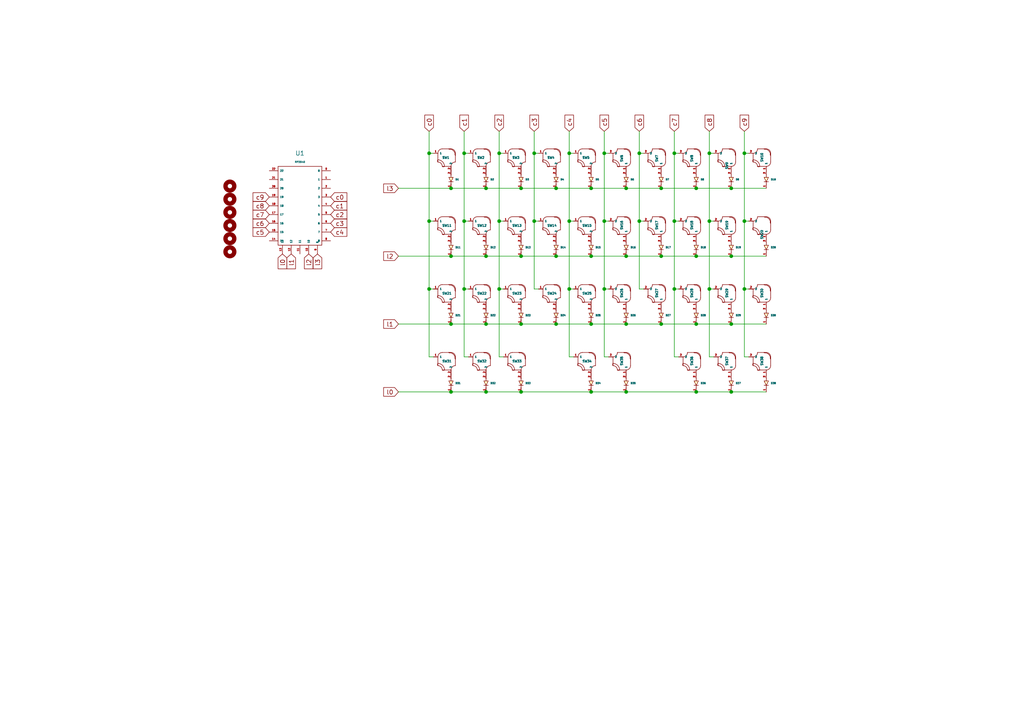
<source format=kicad_sch>
(kicad_sch (version 20211123) (generator eeschema)
  (paper "A4")
  (lib_symbols
    (symbol "Mechanical:MountingHole" (pin_names (offset 1.016))
      (property "Reference" "H" (at 0 5.08 0))
      (property "Value" "MountingHole" (at 0 3.175 0))
      (symbol "MountingHole_0_1"
        (circle (center 0 0) (radius 1.27) (stroke (width 1.27)))
      )
    )
    (symbol "keyb:Diode"
      (property "Reference" "D" (at -0.635 -1.27 0))
      (symbol "Diode_0_1"
        (polyline (pts (xy -1.27 0) (xy -0.635 0)))
        (polyline (pts (xy 0.635 0) (xy 1.27 0)))
        (polyline (pts (xy -0.635 0.635) (xy -0.635 -0.635) (xy -0.635 0)))
        (polyline (pts (xy -0.635 0) (xy 0.635 0.635) (xy 0.635 -0.635) (xy -0.635 0)) (fill (type background)))
      )
      (symbol "Diode_1_1"
        (pin bidirectional line (at -2.54 0 0) (length 1.27) (name "") (number "1"))
        (pin bidirectional line (at 2.54 0 180) (length 1.27) (name "") (number "2"))
      )
    )
    (symbol "keyb:RP2040"
      (property "Reference" "U" (at 0 1.27 0))
      (property "Value" "RP2040" (at 0 -2.54 0))
      (symbol "RP2040_0_1"
        (rectangle (start -6.35 11.43) (end 6.35 -11.43))
      )
      (symbol "RP2040_1_1"
        (pin bidirectional line (at 8.89 10.16 180) (length 2.54) (name "0") (number "0"))
        (pin bidirectional line (at 8.89 7.62 180) (length 2.54) (name "1") (number "1"))
        (pin bidirectional line (at 2.54 -13.97 90) (length 2.54) (name "10") (number "10"))
        (pin bidirectional line (at 0 -13.97 90) (length 2.54) (name "11") (number "11"))
        (pin bidirectional line (at -2.54 -13.97 90) (length 2.54) (name "12") (number "12"))
        (pin bidirectional line (at -5.08 -13.97 90) (length 2.54) (name "13") (number "13"))
        (pin bidirectional line (at -8.89 -10.16 0) (length 2.54) (name "14") (number "14"))
        (pin bidirectional line (at -8.89 -7.62 0) (length 2.54) (name "15") (number "15"))
        (pin bidirectional line (at -8.89 -5.08 0) (length 2.54) (name "16") (number "16"))
        (pin bidirectional line (at -8.89 -2.54 0) (length 2.54) (name "17") (number "17"))
        (pin bidirectional line (at -8.89 0 0) (length 2.54) (name "18") (number "18"))
        (pin bidirectional line (at -8.89 2.54 0) (length 2.54) (name "19") (number "19"))
        (pin bidirectional line (at 8.89 5.08 180) (length 2.54) (name "2") (number "2"))
        (pin bidirectional line (at -8.89 5.08 0) (length 2.54) (name "20") (number "20"))
        (pin bidirectional line (at -8.89 7.62 0) (length 2.54) (name "21") (number "21"))
        (pin bidirectional line (at -8.89 10.16 0) (length 2.54) (name "22") (number "22"))
        (pin bidirectional line (at 8.89 2.54 180) (length 2.54) (name "3") (number "3"))
        (pin bidirectional line (at 8.89 0 180) (length 2.54) (name "4") (number "4"))
        (pin bidirectional line (at 8.89 -2.54 180) (length 2.54) (name "5") (number "5"))
        (pin bidirectional line (at 8.89 -5.08 180) (length 2.54) (name "6") (number "6"))
        (pin bidirectional line (at 8.89 -7.62 180) (length 2.54) (name "7") (number "7"))
        (pin bidirectional line (at 8.89 -10.16 180) (length 2.54) (name "8") (number "8"))
        (pin bidirectional line (at 5.08 -13.97 90) (length 2.54) (name "9") (number "9"))
      )
    )
    (symbol "keyb:key"
      (property "Reference" "SW" (at 0 0 0))
      (symbol "key_0_1"
        (arc (start -2.54 -0.635) (mid -2.6715 -0.9525) (end -2.54 -1.27))
        (arc (start -1.27 -2.54) (mid -1.642 -1.642) (end -2.54 -1.27))
        (arc (start -1.27 -2.54) (mid -0.9525 -2.6715) (end -0.635 -2.54))
        (arc (start -1.27 2.54) (mid -2.168 2.168) (end -2.54 1.27))
        (arc (start -0.635 -2.54) (mid -1.1935 -1.1935) (end -2.54 -0.635))
        (polyline (pts (xy -2.54 -1.27) (xy -2.54 1.27)))
        (polyline (pts (xy -1.27 -2.54) (xy 1.27 -2.54)))
        (polyline (pts (xy 1.27 2.54) (xy -1.27 2.54)))
        (polyline (pts (xy 2.54 -1.27) (xy 2.54 1.27)))
        (arc (start 0.635 2.54) (mid 0.9525 1.7735) (end 1.27 2.54))
        (arc (start 2.54 -1.27) (mid 0.372 -0.372) (end 1.27 -2.54))
        (arc (start 2.54 0.635) (mid 3.887 3.887) (end 0.635 2.54))
        (arc (start 2.54 1.27) (mid 3.438 3.438) (end 1.27 2.54))
        (arc (start 2.54 1.27) (mid 1.7735 0.9525) (end 2.54 0.635))
      )
      (symbol "key_1_1"
        (pin bidirectional line (at -3.81 1.27 0) (length 1.27) (name "1") (number "1"))
        (pin bidirectional line (at 1.27 -3.81 90) (length 1.27) (name "2") (number "2"))
      )
    )
  )
  (junction (at 215.9 44.45))
  (junction (at 134.62 83.82))
  (junction (at 205.74 83.82))
  (junction (at 144.78 44.45))
  (junction (at 181.61 93.98))
  (junction (at 130.81 113.665))
  (junction (at 140.97 54.61))
  (junction (at 175.26 44.45))
  (junction (at 171.45 93.98))
  (junction (at 215.9 64.135))
  (junction (at 201.93 74.295))
  (junction (at 151.13 93.98))
  (junction (at 124.46 83.82))
  (junction (at 154.94 64.135))
  (junction (at 205.74 64.135))
  (junction (at 165.1 44.45))
  (junction (at 191.77 54.61))
  (junction (at 181.61 54.61))
  (junction (at 130.81 93.98))
  (junction (at 181.61 113.665))
  (junction (at 165.1 83.82))
  (junction (at 201.93 93.98))
  (junction (at 171.45 113.665))
  (junction (at 140.97 74.295))
  (junction (at 140.97 93.98))
  (junction (at 212.09 113.665))
  (junction (at 171.45 74.295))
  (junction (at 191.77 93.98))
  (junction (at 161.29 74.295))
  (junction (at 191.77 74.295))
  (junction (at 134.62 44.45))
  (junction (at 212.09 74.295))
  (junction (at 144.78 64.135))
  (junction (at 154.94 44.45))
  (junction (at 195.58 44.45))
  (junction (at 151.13 54.61))
  (junction (at 144.78 83.82))
  (junction (at 171.45 54.61))
  (junction (at 195.58 64.135))
  (junction (at 185.42 44.45))
  (junction (at 195.58 83.82))
  (junction (at 151.13 74.295))
  (junction (at 161.29 93.98))
  (junction (at 201.93 54.61))
  (junction (at 181.61 74.295))
  (junction (at 161.29 54.61))
  (junction (at 130.81 54.61))
  (junction (at 134.62 64.135))
  (junction (at 175.26 83.82))
  (junction (at 201.93 113.665))
  (junction (at 165.1 64.135))
  (junction (at 124.46 64.135))
  (junction (at 215.9 83.82))
  (junction (at 140.97 113.665))
  (junction (at 151.13 113.665))
  (junction (at 175.26 64.135))
  (junction (at 212.09 54.61))
  (junction (at 185.42 64.135))
  (junction (at 205.74 44.45))
  (junction (at 212.09 93.98))
  (junction (at 130.81 74.295))
  (junction (at 124.46 44.45))
  (wire (pts (xy 175.26 38.1) (xy 175.26 44.45)))
  (wire (pts (xy 171.45 93.98) (xy 181.61 93.98)))
  (wire (pts (xy 140.97 54.61) (xy 151.13 54.61)))
  (wire (pts (xy 215.9 44.45) (xy 217.17 44.45)))
  (wire (pts (xy 144.78 44.45) (xy 144.78 64.135)))
  (wire (pts (xy 175.26 44.45) (xy 175.26 64.135)))
  (wire (pts (xy 151.13 93.98) (xy 161.29 93.98)))
  (wire (pts (xy 181.61 93.98) (xy 191.77 93.98)))
  (wire (pts (xy 215.9 64.135) (xy 215.9 83.82)))
  (wire (pts (xy 151.13 54.61) (xy 161.29 54.61)))
  (wire (pts (xy 161.29 54.61) (xy 171.45 54.61)))
  (wire (pts (xy 195.58 103.505) (xy 196.85 103.505)))
  (wire (pts (xy 134.62 44.45) (xy 134.62 64.135)))
  (wire (pts (xy 154.94 64.135) (xy 154.94 83.82)))
  (wire (pts (xy 130.81 74.295) (xy 115.57 74.295)))
  (wire (pts (xy 181.61 54.61) (xy 191.77 54.61)))
  (wire (pts (xy 205.74 64.135) (xy 207.01 64.135)))
  (wire (pts (xy 175.26 44.45) (xy 176.53 44.45)))
  (wire (pts (xy 212.09 93.98) (xy 222.25 93.98)))
  (wire (pts (xy 201.93 93.98) (xy 212.09 93.98)))
  (wire (pts (xy 161.29 93.98) (xy 171.45 93.98)))
  (wire (pts (xy 215.9 44.45) (xy 215.9 64.135)))
  (wire (pts (xy 205.74 83.82) (xy 205.74 103.505)))
  (wire (pts (xy 165.1 103.505) (xy 166.37 103.505)))
  (wire (pts (xy 165.1 38.1) (xy 165.1 44.45)))
  (wire (pts (xy 205.74 103.505) (xy 207.01 103.505)))
  (wire (pts (xy 161.29 74.295) (xy 151.13 74.295)))
  (wire (pts (xy 154.94 44.45) (xy 154.94 64.135)))
  (wire (pts (xy 171.45 113.665) (xy 181.61 113.665)))
  (wire (pts (xy 185.42 64.135) (xy 186.69 64.135)))
  (wire (pts (xy 212.09 54.61) (xy 222.25 54.61)))
  (wire (pts (xy 201.93 54.61) (xy 212.09 54.61)))
  (wire (pts (xy 165.1 83.82) (xy 166.37 83.82)))
  (wire (pts (xy 144.78 83.82) (xy 146.05 83.82)))
  (wire (pts (xy 201.93 113.665) (xy 212.09 113.665)))
  (wire (pts (xy 175.26 64.135) (xy 176.53 64.135)))
  (wire (pts (xy 195.58 38.1) (xy 195.58 44.45)))
  (wire (pts (xy 130.81 54.61) (xy 140.97 54.61)))
  (wire (pts (xy 205.74 83.82) (xy 207.01 83.82)))
  (wire (pts (xy 195.58 64.135) (xy 196.85 64.135)))
  (wire (pts (xy 124.46 64.135) (xy 124.46 83.82)))
  (wire (pts (xy 175.26 64.135) (xy 175.26 83.82)))
  (wire (pts (xy 215.9 103.505) (xy 217.17 103.505)))
  (wire (pts (xy 215.9 64.135) (xy 217.17 64.135)))
  (wire (pts (xy 140.97 93.98) (xy 151.13 93.98)))
  (wire (pts (xy 195.58 44.45) (xy 195.58 64.135)))
  (wire (pts (xy 215.9 83.82) (xy 215.9 103.505)))
  (wire (pts (xy 175.26 83.82) (xy 176.53 83.82)))
  (wire (pts (xy 171.45 54.61) (xy 181.61 54.61)))
  (wire (pts (xy 124.46 64.135) (xy 125.73 64.135)))
  (wire (pts (xy 130.81 113.665) (xy 140.97 113.665)))
  (wire (pts (xy 124.46 38.1) (xy 124.46 44.45)))
  (wire (pts (xy 185.42 44.45) (xy 186.69 44.45)))
  (wire (pts (xy 215.9 83.82) (xy 217.17 83.82)))
  (wire (pts (xy 124.46 83.82) (xy 125.73 83.82)))
  (wire (pts (xy 140.97 74.295) (xy 130.81 74.295)))
  (wire (pts (xy 134.62 64.135) (xy 135.89 64.135)))
  (wire (pts (xy 205.74 44.45) (xy 207.01 44.45)))
  (wire (pts (xy 144.78 103.505) (xy 146.05 103.505)))
  (wire (pts (xy 144.78 38.1) (xy 144.78 44.45)))
  (wire (pts (xy 171.45 74.295) (xy 161.29 74.295)))
  (wire (pts (xy 185.42 38.1) (xy 185.42 44.45)))
  (wire (pts (xy 205.74 44.45) (xy 205.74 64.135)))
  (wire (pts (xy 165.1 64.135) (xy 166.37 64.135)))
  (wire (pts (xy 205.74 38.1) (xy 205.74 44.45)))
  (wire (pts (xy 201.93 74.295) (xy 191.77 74.295)))
  (wire (pts (xy 115.57 113.665) (xy 130.81 113.665)))
  (wire (pts (xy 215.9 38.1) (xy 215.9 44.45)))
  (wire (pts (xy 134.62 83.82) (xy 135.89 83.82)))
  (wire (pts (xy 154.94 83.82) (xy 156.21 83.82)))
  (wire (pts (xy 185.42 44.45) (xy 185.42 64.135)))
  (wire (pts (xy 212.09 113.665) (xy 222.25 113.665)))
  (wire (pts (xy 134.62 44.45) (xy 135.89 44.45)))
  (wire (pts (xy 124.46 44.45) (xy 124.46 64.135)))
  (wire (pts (xy 130.81 93.98) (xy 115.57 93.98)))
  (wire (pts (xy 185.42 83.82) (xy 186.69 83.82)))
  (wire (pts (xy 124.46 103.505) (xy 125.73 103.505)))
  (wire (pts (xy 115.57 54.61) (xy 130.81 54.61)))
  (wire (pts (xy 191.77 74.295) (xy 181.61 74.295)))
  (wire (pts (xy 134.62 64.135) (xy 134.62 83.82)))
  (wire (pts (xy 134.62 83.82) (xy 134.62 103.505)))
  (wire (pts (xy 195.58 83.82) (xy 195.58 103.505)))
  (wire (pts (xy 181.61 113.665) (xy 201.93 113.665)))
  (wire (pts (xy 144.78 44.45) (xy 146.05 44.45)))
  (wire (pts (xy 165.1 83.82) (xy 165.1 103.505)))
  (wire (pts (xy 134.62 38.1) (xy 134.62 44.45)))
  (wire (pts (xy 205.74 64.135) (xy 205.74 83.82)))
  (wire (pts (xy 195.58 64.135) (xy 195.58 83.82)))
  (wire (pts (xy 144.78 64.135) (xy 146.05 64.135)))
  (wire (pts (xy 195.58 83.82) (xy 196.85 83.82)))
  (wire (pts (xy 140.97 113.665) (xy 151.13 113.665)))
  (wire (pts (xy 151.13 74.295) (xy 140.97 74.295)))
  (wire (pts (xy 195.58 44.45) (xy 196.85 44.45)))
  (wire (pts (xy 124.46 44.45) (xy 125.73 44.45)))
  (wire (pts (xy 185.42 64.135) (xy 185.42 83.82)))
  (wire (pts (xy 175.26 103.505) (xy 176.53 103.505)))
  (wire (pts (xy 165.1 44.45) (xy 166.37 44.45)))
  (wire (pts (xy 212.09 74.295) (xy 201.93 74.295)))
  (wire (pts (xy 151.13 113.665) (xy 171.45 113.665)))
  (wire (pts (xy 175.26 83.82) (xy 175.26 103.505)))
  (wire (pts (xy 124.46 83.82) (xy 124.46 103.505)))
  (wire (pts (xy 181.61 74.295) (xy 171.45 74.295)))
  (wire (pts (xy 134.62 103.505) (xy 135.89 103.505)))
  (wire (pts (xy 140.97 93.98) (xy 130.81 93.98)))
  (wire (pts (xy 191.77 93.98) (xy 201.93 93.98)))
  (wire (pts (xy 154.94 64.135) (xy 156.21 64.135)))
  (wire (pts (xy 165.1 44.45) (xy 165.1 64.135)))
  (wire (pts (xy 165.1 64.135) (xy 165.1 83.82)))
  (wire (pts (xy 154.94 38.1) (xy 154.94 44.45)))
  (wire (pts (xy 191.77 54.61) (xy 201.93 54.61)))
  (wire (pts (xy 144.78 64.135) (xy 144.78 83.82)))
  (wire (pts (xy 222.25 74.295) (xy 212.09 74.295)))
  (wire (pts (xy 144.78 83.82) (xy 144.78 103.505)))
  (wire (pts (xy 154.94 44.45) (xy 156.21 44.45)))
  (global_label "c4" (shape input) (at 165.1 38.1 90) (property "Références Inter-Feuilles" "${INTERSHEET_REFS}" (effects hide)))
  (global_label "c6" (shape input) (at 78.105 64.77 180) (property "Références Inter-Feuilles" "${INTERSHEET_REFS}" (effects hide)))
  (global_label "c1" (shape input) (at 134.62 38.1 90) (property "Références Inter-Feuilles" "${INTERSHEET_REFS}" (effects hide)))
  (global_label "c7" (shape input) (at 78.105 62.23 180) (property "Références Inter-Feuilles" "${INTERSHEET_REFS}" (effects hide)))
  (global_label "l3" (shape input) (at 115.57 54.61 180) (property "Références Inter-Feuilles" "${INTERSHEET_REFS}" (effects hide)))
  (global_label "c8" (shape input) (at 78.105 59.69 180) (property "Références Inter-Feuilles" "${INTERSHEET_REFS}" (effects hide)))
  (global_label "c7" (shape input) (at 195.58 38.1 90) (property "Références Inter-Feuilles" "${INTERSHEET_REFS}" (effects hide)))
  (global_label "l0" (shape input) (at 115.57 113.665 180) (property "Références Inter-Feuilles" "${INTERSHEET_REFS}" (effects hide)))
  (global_label "c2" (shape input) (at 95.885 62.23 0) (property "Références Inter-Feuilles" "${INTERSHEET_REFS}" (effects hide)))
  (global_label "c9" (shape input) (at 78.105 57.15 180) (property "Références Inter-Feuilles" "${INTERSHEET_REFS}" (effects hide)))
  (global_label "c0" (shape input) (at 95.885 57.15 0) (property "Références Inter-Feuilles" "${INTERSHEET_REFS}" (effects hide)))
  (global_label "c5" (shape input) (at 175.26 38.1 90) (property "Références Inter-Feuilles" "${INTERSHEET_REFS}" (effects hide)))
  (global_label "l0" (shape input) (at 81.915 73.66 270) (property "Références Inter-Feuilles" "${INTERSHEET_REFS}" (effects hide)))
  (global_label "l1" (shape input) (at 115.57 93.98 180) (property "Références Inter-Feuilles" "${INTERSHEET_REFS}" (effects hide)))
  (global_label "c4" (shape input) (at 95.885 67.31 0) (property "Références Inter-Feuilles" "${INTERSHEET_REFS}" (effects hide)))
  (global_label "c0" (shape input) (at 124.46 38.1 90) (property "Références Inter-Feuilles" "${INTERSHEET_REFS}" (effects hide)))
  (global_label "c6" (shape input) (at 185.42 38.1 90) (property "Références Inter-Feuilles" "${INTERSHEET_REFS}" (effects hide)))
  (global_label "l1" (shape input) (at 84.455 73.66 270) (property "Références Inter-Feuilles" "${INTERSHEET_REFS}" (effects hide)))
  (global_label "l3" (shape input) (at 92.075 73.66 270) (property "Références Inter-Feuilles" "${INTERSHEET_REFS}" (effects hide)))
  (global_label "l2" (shape input) (at 115.57 74.295 180) (property "Références Inter-Feuilles" "${INTERSHEET_REFS}" (effects hide)))
  (global_label "c9" (shape input) (at 215.9 38.1 90) (property "Références Inter-Feuilles" "${INTERSHEET_REFS}" (effects hide)))
  (global_label "c8" (shape input) (at 205.74 38.1 90) (property "Références Inter-Feuilles" "${INTERSHEET_REFS}" (effects hide)))
  (global_label "c5" (shape input) (at 78.105 67.31 180) (property "Références Inter-Feuilles" "${INTERSHEET_REFS}" (effects hide)))
  (global_label "c3" (shape input) (at 154.94 38.1 90) (property "Références Inter-Feuilles" "${INTERSHEET_REFS}" (effects hide)))
  (global_label "c3" (shape input) (at 95.885 64.77 0) (property "Références Inter-Feuilles" "${INTERSHEET_REFS}" (effects hide)))
  (global_label "c2" (shape input) (at 144.78 38.1 90) (property "Références Inter-Feuilles" "${INTERSHEET_REFS}" (effects hide)))
  (global_label "c1" (shape input) (at 95.885 59.69 0) (property "Références Inter-Feuilles" "${INTERSHEET_REFS}" (effects hide)))
  (global_label "l2" (shape input) (at 89.535 73.66 270) (property "Références Inter-Feuilles" "${INTERSHEET_REFS}" (effects hide)))
  (symbol (lib_id "keyb:key") (at 170.18 85.09 0) (unit 1)
    (property "Reference" "SW25" (at 168.91 85.09 0) (effects (font (size 0.65 0.65)) (justify left)))
    (property "Value" "key" (effects hide))
    (property "Footprint" "keyb-libs:MX-5pin" (effects hide))
  )
  (symbol (lib_id "keyb:key") (at 139.7 45.72 0) (unit 1)
    (property "Reference" "SW2" (at 138.43 45.72 0) (effects (font (size 0.65 0.65)) (justify left)))
    (property "Value" "key" (effects hide))
    (property "Footprint" "keyb-libs:MX-5pin" (effects hide))
  )
  (symbol (lib_id "keyb:Diode") (at 140.97 91.44 90) (unit 1)
    (property "Reference" "D22" (at 142.24 91.44 90) (effects (font (size 0.5 0.5)) (justify right)))
    (property "Value" "Diode" (effects hide))
    (property "Footprint" "keyb-libs:Diode" (effects hide))
  )
  (symbol (lib_id "keyb:key") (at 180.34 104.775 270) (mirror x) (unit 1)
    (property "Reference" "SW35" (at 180.34 106.045 0) (effects (font (size 0.65 0.65)) (justify left)))
    (property "Value" "key" (effects hide))
    (property "Footprint" "keyb-libs:MX-5pin_stab_copy" (effects hide))
  )
  (symbol (lib_id "keyb:Diode") (at 140.97 52.07 90) (unit 1)
    (property "Reference" "D2" (at 142.24 52.07 90) (effects (font (size 0.5 0.5)) (justify right)))
    (property "Value" "Diode" (effects hide))
    (property "Footprint" "keyb-libs:Diode" (effects hide))
  )
  (symbol (lib_id "keyb:Diode") (at 171.45 71.755 90) (unit 1)
    (property "Reference" "D15" (at 172.72 71.755 90) (effects (font (size 0.5 0.5)) (justify right)))
    (property "Value" "Diode" (effects hide))
    (property "Footprint" "keyb-libs:Diode" (effects hide))
  )
  (symbol (lib_id "keyb:Diode") (at 201.93 111.125 90) (unit 1)
    (property "Reference" "D36" (at 203.2 111.125 90) (effects (font (size 0.5 0.5)) (justify right)))
    (property "Value" "Diode" (effects hide))
    (property "Footprint" "keyb-libs:Diode" (effects hide))
  )
  (symbol (lib_id "keyb:Diode") (at 130.81 71.755 90) (unit 1)
    (property "Reference" "D11" (at 132.08 71.755 90) (effects (font (size 0.5 0.5)) (justify right)))
    (property "Value" "Diode" (effects hide))
    (property "Footprint" "keyb-libs:Diode" (effects hide))
  )
  (symbol (lib_id "keyb:Diode") (at 212.09 52.07 90) (unit 1)
    (property "Reference" "D9" (at 213.36 52.07 90) (effects (font (size 0.5 0.5)) (justify right)))
    (property "Value" "Diode" (effects hide))
    (property "Footprint" "keyb-libs:Diode" (effects hide))
  )
  (symbol (lib_id "keyb:Diode") (at 222.25 71.755 90) (unit 1)
    (property "Reference" "D20" (at 223.52 71.755 90) (effects (font (size 0.5 0.5)) (justify right)))
    (property "Value" "Diode" (effects hide))
    (property "Footprint" "keyb-libs:Diode" (effects hide))
  )
  (symbol (lib_id "keyb:key") (at 160.02 45.72 0) (unit 1)
    (property "Reference" "SW4" (at 158.75 45.72 0) (effects (font (size 0.65 0.65)) (justify left)))
    (property "Value" "key" (effects hide))
    (property "Footprint" "keyb-libs:MX-5pin" (effects hide))
  )
  (symbol (lib_id "keyb:key") (at 170.18 45.72 0) (unit 1)
    (property "Reference" "SW5" (at 168.91 45.72 0) (effects (font (size 0.65 0.65)) (justify left)))
    (property "Value" "key" (effects hide))
    (property "Footprint" "keyb-libs:MX-5pin" (effects hide))
  )
  (symbol (lib_id "keyb:Diode") (at 222.25 91.44 90) (unit 1)
    (property "Reference" "D30" (at 223.52 91.44 90) (effects (font (size 0.5 0.5)) (justify right)))
    (property "Value" "Diode" (effects hide))
    (property "Footprint" "keyb-libs:Diode" (effects hide))
  )
  (symbol (lib_id "keyb:key") (at 210.82 104.775 270) (mirror x) (unit 1)
    (property "Reference" "SW37" (at 210.82 106.045 0) (effects (font (size 0.65 0.65)) (justify left)))
    (property "Value" "key" (effects hide))
    (property "Footprint" "keyb-libs:MX-5pin" (effects hide))
  )
  (symbol (lib_id "keyb:Diode") (at 140.97 71.755 90) (unit 1)
    (property "Reference" "D12" (at 142.24 71.755 90) (effects (font (size 0.5 0.5)) (justify right)))
    (property "Value" "Diode" (effects hide))
    (property "Footprint" "keyb-libs:Diode" (effects hide))
  )
  (symbol (lib_id "keyb:Diode") (at 161.29 91.44 90) (unit 1)
    (property "Reference" "D24" (at 162.56 91.44 90) (effects (font (size 0.5 0.5)) (justify right)))
    (property "Value" "Diode" (effects hide))
    (property "Footprint" "keyb-libs:Diode" (effects hide))
  )
  (symbol (lib_id "Mechanical:MountingHole") (at 66.675 73.025 0) (unit 1)
    (property "Reference" "H6" (effects hide))
    (property "Value" "MountingHole" (effects hide))
    (property "Footprint" "MountingHole:MountingHole_2.2mm_M2" (effects hide))
  )
  (symbol (lib_id "keyb:key") (at 220.98 65.405 270) (mirror x) (unit 1)
    (property "Reference" "SW20" (at 220.98 66.675 0) (effects (font (size 0.65 0.65)) (justify right)))
    (property "Value" "key" (effects hide))
    (property "Footprint" "keyb-libs:MX-5pin" (effects hide))
  )
  (symbol (lib_id "keyb:key") (at 200.66 85.09 270) (mirror x) (unit 1)
    (property "Reference" "SW28" (at 200.66 86.36 0) (effects (font (size 0.65 0.65)) (justify left)))
    (property "Value" "key" (effects hide))
    (property "Footprint" "keyb-libs:MX-5pin" (effects hide))
  )
  (symbol (lib_id "keyb:key") (at 180.34 65.405 270) (mirror x) (unit 1)
    (property "Reference" "SW16" (at 180.34 66.675 0) (effects (font (size 0.65 0.65)) (justify left)))
    (property "Value" "key" (effects hide))
    (property "Footprint" "keyb-libs:MX-5pin" (effects hide))
  )
  (symbol (lib_id "keyb:Diode") (at 222.25 111.125 90) (unit 1)
    (property "Reference" "D38" (at 223.52 111.125 90) (effects (font (size 0.5 0.5)) (justify right)))
    (property "Value" "Diode" (effects hide))
    (property "Footprint" "keyb-libs:Diode" (effects hide))
  )
  (symbol (lib_id "keyb:key") (at 180.34 85.09 270) (mirror x) (unit 1)
    (property "Reference" "SW26" (at 180.34 86.36 0) (effects (font (size 0.65 0.65)) (justify left)))
    (property "Value" "key" (effects hide))
    (property "Footprint" "keyb-libs:MX-5pin" (effects hide))
  )
  (symbol (lib_id "keyb:key") (at 149.86 85.09 0) (unit 1)
    (property "Reference" "SW23" (at 148.59 85.09 0) (effects (font (size 0.65 0.65)) (justify left)))
    (property "Value" "key" (effects hide))
    (property "Footprint" "keyb-libs:MX-5pin" (effects hide))
  )
  (symbol (lib_id "keyb:Diode") (at 130.81 91.44 90) (unit 1)
    (property "Reference" "D21" (at 132.08 91.44 90) (effects (font (size 0.5 0.5)) (justify right)))
    (property "Value" "Diode" (effects hide))
    (property "Footprint" "keyb-libs:Diode" (effects hide))
  )
  (symbol (lib_id "keyb:key") (at 149.86 104.775 0) (unit 1)
    (property "Reference" "SW33" (at 148.59 104.775 0) (effects (font (size 0.65 0.65)) (justify left)))
    (property "Value" "key" (effects hide))
    (property "Footprint" "keyb-libs:MX-5pin" (effects hide))
  )
  (symbol (lib_id "keyb:key") (at 139.7 65.405 0) (unit 1)
    (property "Reference" "SW12" (at 138.43 65.405 0) (effects (font (size 0.65 0.65)) (justify left)))
    (property "Value" "key" (effects hide))
    (property "Footprint" "keyb-libs:MX-5pin" (effects hide))
  )
  (symbol (lib_id "keyb:key") (at 200.66 65.405 270) (mirror x) (unit 1)
    (property "Reference" "SW18" (at 200.66 66.675 0) (effects (font (size 0.65 0.65)) (justify left)))
    (property "Value" "key" (effects hide))
    (property "Footprint" "keyb-libs:MX-5pin" (effects hide))
  )
  (symbol (lib_id "keyb:Diode") (at 201.93 52.07 90) (unit 1)
    (property "Reference" "D8" (at 203.2 52.07 90) (effects (font (size 0.5 0.5)) (justify right)))
    (property "Value" "Diode" (effects hide))
    (property "Footprint" "keyb-libs:Diode" (effects hide))
  )
  (symbol (lib_id "keyb:Diode") (at 191.77 52.07 90) (unit 1)
    (property "Reference" "D7" (at 193.04 52.07 90) (effects (font (size 0.5 0.5)) (justify right)))
    (property "Value" "Diode" (effects hide))
    (property "Footprint" "keyb-libs:Diode" (effects hide))
  )
  (symbol (lib_id "keyb:Diode") (at 191.77 71.755 90) (unit 1)
    (property "Reference" "D17" (at 193.04 71.755 90) (effects (font (size 0.5 0.5)) (justify right)))
    (property "Value" "Diode" (effects hide))
    (property "Footprint" "keyb-libs:Diode" (effects hide))
  )
  (symbol (lib_id "keyb:Diode") (at 140.97 111.125 90) (unit 1)
    (property "Reference" "D32" (at 142.24 111.125 90) (effects (font (size 0.5 0.5)) (justify right)))
    (property "Value" "Diode" (effects hide))
    (property "Footprint" "keyb-libs:Diode" (effects hide))
  )
  (symbol (lib_id "keyb:Diode") (at 171.45 52.07 90) (unit 1)
    (property "Reference" "D5" (at 172.72 52.07 90) (effects (font (size 0.5 0.5)) (justify right)))
    (property "Value" "Diode" (effects hide))
    (property "Footprint" "keyb-libs:Diode" (effects hide))
  )
  (symbol (lib_id "keyb:key") (at 210.82 65.405 270) (mirror x) (unit 1)
    (property "Reference" "SW19" (at 210.82 66.675 0) (effects (font (size 0.65 0.65)) (justify left)))
    (property "Value" "key" (effects hide))
    (property "Footprint" "keyb-libs:MX-5pin" (effects hide))
  )
  (symbol (lib_id "keyb:Diode") (at 181.61 111.125 90) (unit 1)
    (property "Reference" "D35" (at 182.88 111.125 90) (effects (font (size 0.5 0.5)) (justify right)))
    (property "Value" "Diode" (effects hide))
    (property "Footprint" "keyb-libs:Diode" (effects hide))
  )
  (symbol (lib_id "keyb:key") (at 129.54 85.09 0) (unit 1)
    (property "Reference" "SW21" (at 128.27 85.09 0) (effects (font (size 0.65 0.65)) (justify left)))
    (property "Value" "key" (effects hide))
    (property "Footprint" "keyb-libs:MX-5pin" (effects hide))
  )
  (symbol (lib_id "keyb:Diode") (at 181.61 91.44 90) (unit 1)
    (property "Reference" "D26" (at 182.88 91.44 90) (effects (font (size 0.5 0.5)) (justify right)))
    (property "Value" "Diode" (effects hide))
    (property "Footprint" "keyb-libs:Diode" (effects hide))
  )
  (symbol (lib_id "keyb:key") (at 129.54 104.775 0) (unit 1)
    (property "Reference" "SW31" (at 128.27 104.775 0) (effects (font (size 0.65 0.65)) (justify left)))
    (property "Value" "key" (effects hide))
    (property "Footprint" "keyb-libs:MX-5pin" (effects hide))
  )
  (symbol (lib_id "keyb:Diode") (at 171.45 111.125 90) (unit 1)
    (property "Reference" "D34" (at 172.72 111.125 90) (effects (font (size 0.5 0.5)) (justify right)))
    (property "Value" "Diode" (effects hide))
    (property "Footprint" "keyb-libs:Diode" (effects hide))
  )
  (symbol (lib_id "keyb:Diode") (at 171.45 91.44 90) (unit 1)
    (property "Reference" "D25" (at 172.72 91.44 90) (effects (font (size 0.5 0.5)) (justify right)))
    (property "Value" "Diode" (effects hide))
    (property "Footprint" "keyb-libs:Diode" (effects hide))
  )
  (symbol (lib_id "keyb:Diode") (at 151.13 111.125 90) (unit 1)
    (property "Reference" "D33" (at 152.4 111.125 90) (effects (font (size 0.5 0.5)) (justify right)))
    (property "Value" "Diode" (effects hide))
    (property "Footprint" "keyb-libs:Diode" (effects hide))
  )
  (symbol (lib_id "keyb:key") (at 170.18 65.405 0) (unit 1)
    (property "Reference" "SW15" (at 168.91 65.405 0) (effects (font (size 0.65 0.65)) (justify left)))
    (property "Value" "key" (effects hide))
    (property "Footprint" "keyb-libs:MX-5pin" (effects hide))
  )
  (symbol (lib_id "keyb:key") (at 170.18 104.775 0) (unit 1)
    (property "Reference" "SW34" (at 168.91 104.775 0) (effects (font (size 0.65 0.65)) (justify left)))
    (property "Value" "key" (effects hide))
    (property "Footprint" "keyb-libs:MX-5pin_stab_copy" (effects hide))
  )
  (symbol (lib_id "keyb:Diode") (at 151.13 91.44 90) (unit 1)
    (property "Reference" "D23" (at 152.4 91.44 90) (effects (font (size 0.5 0.5)) (justify right)))
    (property "Value" "Diode" (effects hide))
    (property "Footprint" "keyb-libs:Diode" (effects hide))
  )
  (symbol (lib_id "keyb:key") (at 160.02 65.405 0) (unit 1)
    (property "Reference" "SW14" (at 158.75 65.405 0) (effects (font (size 0.65 0.65)) (justify left)))
    (property "Value" "key" (effects hide))
    (property "Footprint" "keyb-libs:MX-5pin" (effects hide))
  )
  (symbol (lib_id "keyb:Diode") (at 201.93 71.755 90) (unit 1)
    (property "Reference" "D18" (at 203.2 71.755 90) (effects (font (size 0.5 0.5)) (justify right)))
    (property "Value" "Diode" (effects hide))
    (property "Footprint" "keyb-libs:Diode" (effects hide))
  )
  (symbol (lib_id "Mechanical:MountingHole") (at 66.675 61.595 0) (unit 1)
    (property "Reference" "H3" (effects hide))
    (property "Value" "MountingHole" (effects hide))
    (property "Footprint" "MountingHole:MountingHole_2.2mm_M2" (effects hide))
  )
  (symbol (lib_id "keyb:key") (at 190.5 45.72 270) (mirror x) (unit 1)
    (property "Reference" "SW7" (at 190.5 46.99 0) (effects (font (size 0.65 0.65)) (justify left)))
    (property "Value" "key" (effects hide))
    (property "Footprint" "keyb-libs:MX-5pin" (effects hide))
  )
  (symbol (lib_id "keyb:Diode") (at 212.09 111.125 90) (unit 1)
    (property "Reference" "D37" (at 213.36 111.125 90) (effects (font (size 0.5 0.5)) (justify right)))
    (property "Value" "Diode" (effects hide))
    (property "Footprint" "keyb-libs:Diode" (effects hide))
  )
  (symbol (lib_id "keyb:key") (at 220.98 85.09 270) (mirror x) (unit 1)
    (property "Reference" "SW30" (at 220.98 86.36 0) (effects (font (size 0.65 0.65)) (justify left)))
    (property "Value" "key" (effects hide))
    (property "Footprint" "keyb-libs:MX-5pin" (effects hide))
  )
  (symbol (lib_id "keyb:Diode") (at 181.61 71.755 90) (unit 1)
    (property "Reference" "D16" (at 182.88 71.755 90) (effects (font (size 0.5 0.5)) (justify right)))
    (property "Value" "Diode" (effects hide))
    (property "Footprint" "keyb-libs:Diode" (effects hide))
  )
  (symbol (lib_id "keyb:Diode") (at 191.77 91.44 90) (unit 1)
    (property "Reference" "D27" (at 193.04 91.44 90) (effects (font (size 0.5 0.5)) (justify right)))
    (property "Value" "Diode" (effects hide))
    (property "Footprint" "keyb-libs:Diode" (effects hide))
  )
  (symbol (lib_id "keyb:key") (at 190.5 65.405 270) (mirror x) (unit 1)
    (property "Reference" "SW17" (at 190.5 66.675 0) (effects (font (size 0.65 0.65)) (justify left)))
    (property "Value" "key" (effects hide))
    (property "Footprint" "keyb-libs:MX-5pin" (effects hide))
  )
  (symbol (lib_id "keyb:key") (at 200.66 104.775 270) (mirror x) (unit 1)
    (property "Reference" "SW36" (at 200.66 106.045 0) (effects (font (size 0.65 0.65)) (justify left)))
    (property "Value" "key" (effects hide))
    (property "Footprint" "keyb-libs:MX-5pin" (effects hide))
  )
  (symbol (lib_id "keyb:key") (at 210.82 85.09 270) (mirror x) (unit 1)
    (property "Reference" "SW29" (at 210.82 86.36 0) (effects (font (size 0.65 0.65)) (justify left)))
    (property "Value" "key" (effects hide))
    (property "Footprint" "keyb-libs:MX-5pin" (effects hide))
  )
  (symbol (lib_id "keyb:Diode") (at 161.29 71.755 90) (unit 1)
    (property "Reference" "D14" (at 162.56 71.755 90) (effects (font (size 0.5 0.5)) (justify right)))
    (property "Value" "Diode" (effects hide))
    (property "Footprint" "keyb-libs:Diode" (effects hide))
  )
  (symbol (lib_id "keyb:Diode") (at 161.29 52.07 90) (unit 1)
    (property "Reference" "D4" (at 162.56 52.07 90) (effects (font (size 0.5 0.5)) (justify right)))
    (property "Value" "Diode" (effects hide))
    (property "Footprint" "keyb-libs:Diode" (effects hide))
  )
  (symbol (lib_id "Mechanical:MountingHole") (at 66.675 57.785 0) (unit 1)
    (property "Reference" "H2" (effects hide))
    (property "Value" "MountingHole" (effects hide))
    (property "Footprint" "MountingHole:MountingHole_2.2mm_M2" (effects hide))
  )
  (symbol (lib_id "keyb:key") (at 149.86 45.72 0) (unit 1)
    (property "Reference" "SW3" (at 148.59 45.72 0) (effects (font (size 0.65 0.65)) (justify left)))
    (property "Value" "key" (effects hide))
    (property "Footprint" "keyb-libs:MX-5pin" (effects hide))
  )
  (symbol (lib_id "keyb:key") (at 139.7 104.775 0) (unit 1)
    (property "Reference" "SW32" (at 138.43 104.775 0) (effects (font (size 0.65 0.65)) (justify left)))
    (property "Value" "key" (effects hide))
    (property "Footprint" "keyb-libs:MX-5pin" (effects hide))
  )
  (symbol (lib_id "keyb:Diode") (at 181.61 52.07 90) (unit 1)
    (property "Reference" "D6" (at 182.88 52.07 90) (effects (font (size 0.5 0.5)) (justify right)))
    (property "Value" "Diode" (effects hide))
    (property "Footprint" "keyb-libs:Diode" (effects hide))
  )
  (symbol (lib_id "keyb:key") (at 149.86 65.405 0) (unit 1)
    (property "Reference" "SW13" (at 148.59 65.405 0) (effects (font (size 0.65 0.65)) (justify left)))
    (property "Value" "key" (effects hide))
    (property "Footprint" "keyb-libs:MX-5pin" (effects hide))
  )
  (symbol (lib_id "keyb:key") (at 180.34 45.72 270) (mirror x) (unit 1)
    (property "Reference" "SW6" (at 180.34 46.99 0) (effects (font (size 0.65 0.65)) (justify left)))
    (property "Value" "key" (effects hide))
    (property "Footprint" "keyb-libs:MX-5pin" (effects hide))
  )
  (symbol (lib_id "keyb:Diode") (at 212.09 71.755 90) (unit 1)
    (property "Reference" "D19" (at 213.36 71.755 90) (effects (font (size 0.5 0.5)) (justify right)))
    (property "Value" "Diode" (effects hide))
    (property "Footprint" "keyb-libs:Diode" (effects hide))
  )
  (symbol (lib_id "keyb:key") (at 129.54 45.72 0) (unit 1)
    (property "Reference" "SW1" (at 128.27 45.72 0) (effects (font (size 0.65 0.65)) (justify left)))
    (property "Value" "key" (effects hide))
    (property "Footprint" "keyb-libs:MX-5pin" (effects hide))
  )
  (symbol (lib_id "keyb:key") (at 200.66 45.72 270) (mirror x) (unit 1)
    (property "Reference" "SW8" (at 200.66 46.99 0) (effects (font (size 0.65 0.65)) (justify left)))
    (property "Value" "key" (effects hide))
    (property "Footprint" "keyb-libs:MX-5pin" (effects hide))
  )
  (symbol (lib_id "keyb:key") (at 220.98 45.72 270) (mirror x) (unit 1)
    (property "Reference" "SW10" (at 220.98 46.99 0) (effects (font (size 0.65 0.65)) (justify left)))
    (property "Value" "key" (effects hide))
    (property "Footprint" "keyb-libs:MX-5pin" (effects hide))
  )
  (symbol (lib_id "keyb:Diode") (at 151.13 52.07 90) (unit 1)
    (property "Reference" "D3" (at 152.4 52.07 90) (effects (font (size 0.5 0.5)) (justify right)))
    (property "Value" "Diode" (effects hide))
    (property "Footprint" "keyb-libs:Diode" (effects hide))
  )
  (symbol (lib_id "keyb:RP2040") (at 86.995 59.69 0) (unit 1)
    (property "Reference" "U1" (at 86.995 44.45 0))
    (property "Value" "RP2040" (at 86.995 46.99 0) (effects (font (size 0.5 0.5))))
    (property "Footprint" "keyb-libs:RP2040" (effects hide))
  )
  (symbol (lib_id "keyb:key") (at 190.5 85.09 270) (mirror x) (unit 1)
    (property "Reference" "SW27" (at 190.5 86.36 0) (effects (font (size 0.65 0.65)) (justify left)))
    (property "Value" "key" (effects hide))
    (property "Footprint" "keyb-libs:MX-5pin" (effects hide))
  )
  (symbol (lib_id "Mechanical:MountingHole") (at 66.675 69.215 0) (unit 1)
    (property "Reference" "H5" (effects hide))
    (property "Value" "MountingHole" (effects hide))
    (property "Footprint" "MountingHole:MountingHole_2.2mm_M2" (effects hide))
  )
  (symbol (lib_id "keyb:key") (at 220.98 104.775 270) (mirror x) (unit 1)
    (property "Reference" "SW38" (at 220.98 106.045 0) (effects (font (size 0.65 0.65)) (justify left)))
    (property "Value" "key" (effects hide))
    (property "Footprint" "keyb-libs:MX-5pin" (effects hide))
  )
  (symbol (lib_id "keyb:key") (at 129.54 65.405 0) (unit 1)
    (property "Reference" "SW11" (at 128.27 65.405 0) (effects (font (size 0.65 0.65)) (justify left)))
    (property "Value" "key" (effects hide))
    (property "Footprint" "keyb-libs:MX-5pin" (effects hide))
  )
  (symbol (lib_id "keyb:Diode") (at 212.09 91.44 90) (unit 1)
    (property "Reference" "D29" (at 213.36 91.44 90) (effects (font (size 0.5 0.5)) (justify right)))
    (property "Value" "Diode" (effects hide))
    (property "Footprint" "keyb-libs:Diode" (effects hide))
  )
  (symbol (lib_id "Mechanical:MountingHole") (at 66.675 53.975 0) (unit 1)
    (property "Reference" "H1" (effects hide))
    (property "Value" "MountingHole" (effects hide))
    (property "Footprint" "MountingHole:MountingHole_2.2mm_M2" (effects hide))
  )
  (symbol (lib_id "keyb:Diode") (at 130.81 52.07 90) (unit 1)
    (property "Reference" "D1" (at 132.08 52.07 90) (effects (font (size 0.5 0.5)) (justify right)))
    (property "Value" "Diode" (effects hide))
    (property "Footprint" "keyb-libs:Diode" (effects hide))
  )
  (symbol (lib_id "keyb:key") (at 160.02 85.09 0) (unit 1)
    (property "Reference" "SW24" (at 158.75 85.09 0) (effects (font (size 0.65 0.65)) (justify left)))
    (property "Value" "key" (effects hide))
    (property "Footprint" "keyb-libs:MX-5pin" (effects hide))
  )
  (symbol (lib_id "keyb:key") (at 210.82 45.72 270) (mirror x) (unit 1)
    (property "Reference" "SW9" (at 210.82 46.99 0) (effects (font (size 0.65 0.65)) (justify right)))
    (property "Value" "key" (effects hide))
    (property "Footprint" "keyb-libs:MX-5pin" (effects hide))
  )
  (symbol (lib_id "keyb:Diode") (at 201.93 91.44 90) (unit 1)
    (property "Reference" "D28" (at 203.2 91.44 90) (effects (font (size 0.5 0.5)) (justify right)))
    (property "Value" "Diode" (effects hide))
    (property "Footprint" "keyb-libs:Diode" (effects hide))
  )
  (symbol (lib_id "Mechanical:MountingHole") (at 66.675 65.405 0) (unit 1)
    (property "Reference" "H4" (effects hide))
    (property "Value" "MountingHole" (effects hide))
    (property "Footprint" "MountingHole:MountingHole_2.2mm_M2" (effects hide))
  )
  (symbol (lib_id "keyb:Diode") (at 130.81 111.125 90) (unit 1)
    (property "Reference" "D31" (at 132.08 111.125 90) (effects (font (size 0.5 0.5)) (justify right)))
    (property "Value" "Diode" (effects hide))
    (property "Footprint" "keyb-libs:Diode" (effects hide))
  )
  (symbol (lib_id "keyb:key") (at 139.7 85.09 0) (unit 1)
    (property "Reference" "SW22" (at 138.43 85.09 0) (effects (font (size 0.65 0.65)) (justify left)))
    (property "Value" "key" (effects hide))
    (property "Footprint" "keyb-libs:MX-5pin" (effects hide))
  )
  (symbol (lib_id "keyb:Diode") (at 151.13 71.755 90) (unit 1)
    (property "Reference" "D13" (at 152.4 71.755 90) (effects (font (size 0.5 0.5)) (justify right)))
    (property "Value" "Diode" (effects hide))
    (property "Footprint" "keyb-libs:Diode" (effects hide))
  )
  (symbol (lib_id "keyb:Diode") (at 222.25 52.07 90) (unit 1)
    (property "Reference" "D10" (at 223.52 52.07 90) (effects (font (size 0.5 0.5)) (justify right)))
    (property "Value" "Diode" (effects hide))
    (property "Footprint" "keyb-libs:Diode" (effects hide))
  )
)
</source>
